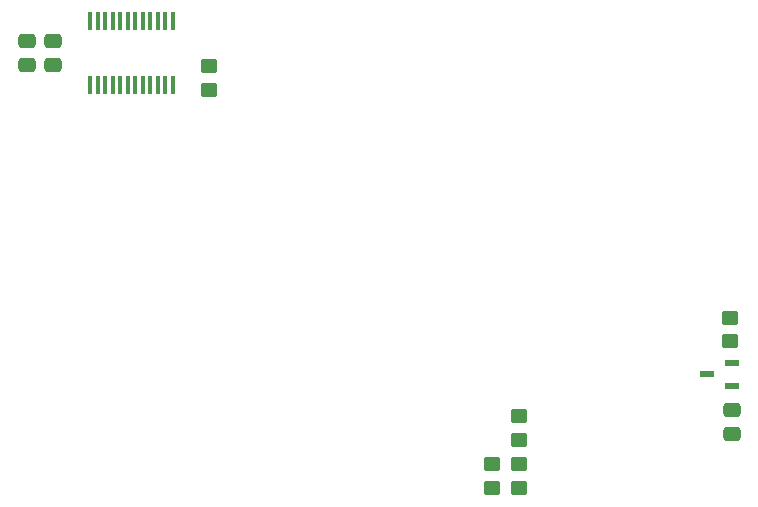
<source format=gbr>
%TF.GenerationSoftware,KiCad,Pcbnew,6.0.10-86aedd382b~118~ubuntu18.04.1*%
%TF.CreationDate,2024-06-09T23:27:39-03:00*%
%TF.ProjectId,salt_ihm,73616c74-5f69-4686-9d2e-6b696361645f,1.5*%
%TF.SameCoordinates,Original*%
%TF.FileFunction,Paste,Bot*%
%TF.FilePolarity,Positive*%
%FSLAX46Y46*%
G04 Gerber Fmt 4.6, Leading zero omitted, Abs format (unit mm)*
G04 Created by KiCad (PCBNEW 6.0.10-86aedd382b~118~ubuntu18.04.1) date 2024-06-09 23:27:39*
%MOMM*%
%LPD*%
G01*
G04 APERTURE LIST*
G04 Aperture macros list*
%AMRoundRect*
0 Rectangle with rounded corners*
0 $1 Rounding radius*
0 $2 $3 $4 $5 $6 $7 $8 $9 X,Y pos of 4 corners*
0 Add a 4 corners polygon primitive as box body*
4,1,4,$2,$3,$4,$5,$6,$7,$8,$9,$2,$3,0*
0 Add four circle primitives for the rounded corners*
1,1,$1+$1,$2,$3*
1,1,$1+$1,$4,$5*
1,1,$1+$1,$6,$7*
1,1,$1+$1,$8,$9*
0 Add four rect primitives between the rounded corners*
20,1,$1+$1,$2,$3,$4,$5,0*
20,1,$1+$1,$4,$5,$6,$7,0*
20,1,$1+$1,$6,$7,$8,$9,0*
20,1,$1+$1,$8,$9,$2,$3,0*%
G04 Aperture macros list end*
%ADD10R,0.435000X1.495000*%
%ADD11RoundRect,0.250000X0.475000X-0.337500X0.475000X0.337500X-0.475000X0.337500X-0.475000X-0.337500X0*%
%ADD12RoundRect,0.250000X-0.450000X0.350000X-0.450000X-0.350000X0.450000X-0.350000X0.450000X0.350000X0*%
%ADD13RoundRect,0.250000X0.450000X-0.350000X0.450000X0.350000X-0.450000X0.350000X-0.450000X-0.350000X0*%
%ADD14R,1.250000X0.600000*%
G04 APERTURE END LIST*
D10*
%TO.C,IC1*%
X141034000Y-94834000D03*
X141668000Y-94834000D03*
X142304000Y-94834000D03*
X142938000Y-94834000D03*
X143574000Y-94834000D03*
X144208000Y-94834000D03*
X144844000Y-94834000D03*
X145478000Y-94834000D03*
X146114000Y-94834000D03*
X146748000Y-94834000D03*
X147384000Y-94834000D03*
X148018000Y-94834000D03*
X148018000Y-100238000D03*
X147384000Y-100238000D03*
X146748000Y-100238000D03*
X146114000Y-100238000D03*
X145478000Y-100238000D03*
X144844000Y-100238000D03*
X144208000Y-100238000D03*
X143574000Y-100238000D03*
X142938000Y-100238000D03*
X142304000Y-100238000D03*
X141668000Y-100238000D03*
X141034000Y-100238000D03*
%TD*%
D11*
%TO.C,C1*%
X195326000Y-129815500D03*
X195326000Y-127740500D03*
%TD*%
D12*
%TO.C,R1*%
X195222000Y-119952000D03*
X195222000Y-121952000D03*
%TD*%
%TO.C,R2*%
X177300000Y-128300000D03*
X177300000Y-130300000D03*
%TD*%
D11*
%TO.C,C2*%
X135636000Y-98577500D03*
X135636000Y-96502500D03*
%TD*%
%TO.C,C3*%
X137890000Y-98573500D03*
X137890000Y-96498500D03*
%TD*%
D13*
%TO.C,R3*%
X177300000Y-134364000D03*
X177300000Y-132364000D03*
%TD*%
D12*
%TO.C,R5*%
X151070000Y-98680000D03*
X151070000Y-100680000D03*
%TD*%
D14*
%TO.C,Q1*%
X195377000Y-123807000D03*
X195377000Y-125717000D03*
X193277000Y-124762000D03*
%TD*%
D13*
%TO.C,R4*%
X175014000Y-134364000D03*
X175014000Y-132364000D03*
%TD*%
M02*

</source>
